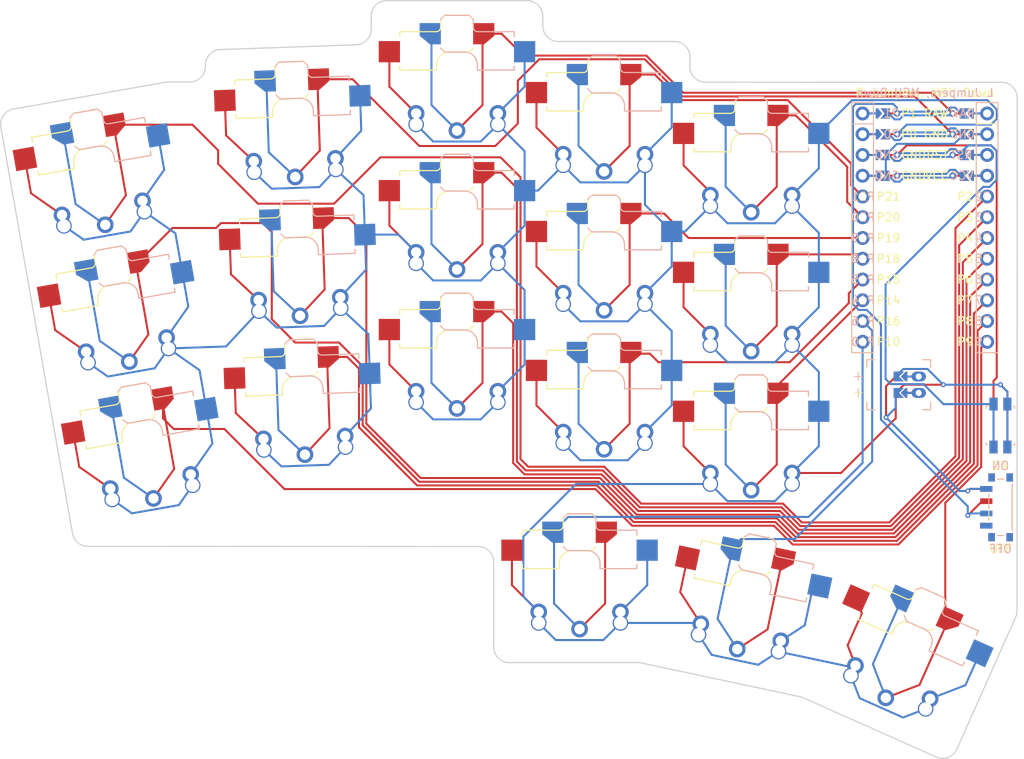
<source format=kicad_pcb>
(kicad_pcb (version 20240108) (generator "pcbnew") (generator_version "8.0")
  (title_block (title "splayer_pcb") (date "2024-04-27") (rev "v1.0.0") (company "Unknown"))
  (layers (0 "F.Cu" signal) (31 "B.Cu" signal) (34 "B.Paste" user) (35 "F.Paste" user) (36 "B.SilkS" user "B.Silkscreen") (37 "F.SilkS" user "F.Silkscreen") (38 "B.Mask" user) (39 "F.Mask" user) (44 "Edge.Cuts" user))
  (net 0 "")
  (net 1 "P8")
  (net 2 "GND")
  (net 3 "P6")
  (net 4 "P2")
  (net 5 "P7")
  (net 6 "P5")
  (net 7 "P0")
  (net 8 "P4")
  (net 9 "P3")
  (net 10 "P1")
  (net 11 "P15")
  (net 12 "P19")
  (net 13 "P21")
  (net 14 "P14")
  (net 15 "P18")
  (net 16 "P20")
  (net 17 "P10")
  (net 18 "P16")
  (net 19 "P9")
  (net 20 "RAW")
  (net 21 "RST")
  (net 22 "VCC")
  (net 23 "MCU1_24")
  (net 24 "MCU1_1")
  (net 25 "MCU1_23")
  (net 26 "MCU1_2")
  (net 27 "MCU1_22")
  (net 28 "MCU1_3")
  (net 29 "MCU1_21")
  (net 30 "MCU1_4")
  (net 31 "BAT_P")
  (net 32 "JST1_1")
  (net 33 "JST1_2")
  (footprint "VIA-0.6mm" (layer "F.Cu") (at 183.053453 100.207563)
    (property "Reference" "REF**" (hide yes))
    (property "Value" "VIA-0.6mm" (hide yes))
  )
  (footprint "VIA-0.6mm" (layer "F.Cu") (at 193.053454 112.207558)
    (property "Reference" "REF**" (hide yes))
    (property "Value" "VIA-0.6mm" (hide yes))
  )
  (footprint "ceoloide:mounting_hole_npth" (layer "F.Cu") (at 98.452044 68.716895 10)
    (property "Reference" "MH3" (hide yes))
    (property "Value" "")
  )
  (footprint "ceoloide:mounting_hole_npth" (layer "F.Cu") (at 157.553454 72.707559)
    (property "Reference" "MH4" (hide yes))
    (property "Value" "")
  )
  (footprint "VIA-0.6mm" (layer "F.Cu") (at 197.053453 96.207559)
    (property "Reference" "REF**" (hide yes))
    (property "Value" "VIA-0.6mm" (hide yes))
  )
  (footprint "ceoloide:power_switch_smd_side" (layer "F.Cu") (at 197.053452 111.20756)
    (property "Reference" "PWR1" (hide yes))
    (property "Value" "")
  )
  (footprint "ceoloide:mounting_hole_npth" (layer "F.Cu") (at 100.724305 87.304712 10)
    (property "Reference" "MH5" (hide yes))
    (property "Value" "")
  )
  (footprint "VIA-0.6mm" (layer "F.Cu") (at 190.053456 96.207559)
    (property "Reference" "REF**" (hide yes))
    (property "Value" "VIA-0.6mm" (hide yes))
  )
  (footprint "ceoloide:reset_button_smd_side" (layer "F.Cu") (at 197.053454 101.20756 -90)
    (property "Reference" "RST1" (hide yes))
    (property "Value" "")
  )
  (footprint "VIA-0.6mm" (layer "F.Cu") (at 193.053453 109.207559)
    (property "Reference" "REF**" (hide yes))
    (property "Value" "VIA-0.6mm" (hide yes))
  )
  (footprint "ceoloide:mounting_hole_npth" (layer "F.Cu") (at 175.82166 126.700141 -12)
    (property "Reference" "MH7" (hide yes))
    (property "Value" "")
  )
  (footprint "ceoloide:mcu_nice_nano" (layer "F.Cu") (at 187.803454 75.716562)
    (property "Reference" "MCU1" (hide yes))
    (property "Value" "")
  )
  (footprint "ceoloide:mounting_hole_npth" (layer "F.Cu") (at 130.553452 111.907559)
    (property "Reference" "MH6" (hide yes))
    (property "Value" "")
  )
  (footprint "ceoloide:mounting_hole_npth" (layer "F.Cu") (at 195.885936 118.90319 -24)
    (property "Reference" "MH1" (hide yes))
    (property "Value" "")
  )
  (footprint "ceoloide:battery_connector_jst_ph_2" (layer "F.Cu") (at 187.053455 96.207557 -90)
    (property "Reference" "JST1" (hide yes))
    (property "Value" "")
  )
  (footprint "ceoloide:mounting_hole_npth" (layer "F.Cu") (at 179.442118 111.581927 -24)
    (property "Reference" "MH2" (hide yes))
    (property "Value" "")
  )
  (footprint "ceoloide:switch_choc_v1_v2" (layer "B.Cu") (at 148.553456 98.20756)
    (property "Reference" "S10" (hide yes))
    (property "Value" "")
  )
  (footprint "ceoloide:switch_choc_v1_v2" (layer "B.Cu") (at 166.553454 86.207561)
    (property "Reference" "S14" (hide yes))
    (property "Value" "")
  )
  (footprint "ceoloide:switch_choc_v1_v2" (layer "B.Cu") (at 185.421173 129.131028 -24)
    (property "Reference" "S18" (hide yes))
    (property "Value" "")
  )
  (footprint "ceoloide:switch_choc_v1_v2" (layer "B.Cu") (at 130.553455 76.20756)
    (property "Reference" "S8" (hide yes))
    (property "Value" "")
  )
  (footprint "ceoloide:switch_choc_v1_v2" (layer "B.Cu") (at 111.146234 81.87796 2)
    (property "Reference" "S5" (hide yes))
    (property "Value" "")
  )
  (footprint "ceoloide:switch_choc_v1_v2" (layer "B.Cu") (at 166.553454 103.20756)
    (property "Reference" "S13" (hide yes))
    (property "Value" "")
  )
  (footprint "ceoloide:switch_choc_v1_v2" (layer "B.Cu") (at 110.552942 64.888316 2)
    (property "Reference" "S6" (hide yes))
    (property "Value" "")
  )
  (footprint "ceoloide:switch_choc_v1_v2" (layer "B.Cu") (at 130.553454 93.207561)
    (property "Reference" "S7" (hide yes))
    (property "Value" "")
  )
  (footprint "ceoloide:switch_choc_v1_v2" (layer "B.Cu") (at 92.390667 104.310184 10)
    (property "Reference" "S1" (hide yes))
    (property "Value" "")
  )
  (footprint "ceoloide:switch_choc_v1_v2" (layer "B.Cu") (at 166.072073 122.78759 -12)
    (property "Reference" "S17" (hide yes))
    (property "Value" "")
  )
  (footprint "ceoloide:switch_choc_v1_v2" (layer "B.Cu") (at 89.438649 87.568451 10)
    (property "Reference" "S2" (hide yes))
    (property "Value" "")
  )
  (footprint "ceoloide:switch_choc_v1_v2" (layer "B.Cu") (at 148.553452 64.207558)
    (property "Reference" "S12" (hide yes))
    (property "Value" "")
  )
  (footprint "ceoloide:switch_choc_v1_v2" (layer "B.Cu") (at 111.739528 98.867606 2)
    (property "Reference" "S4" (hide yes))
    (property "Value" "")
  )
  (footprint "ceoloide:switch_choc_v1_v2" (layer "B.Cu") (at 145.553451 120.20756)
    (property "Reference" "S16" (hide yes))
    (property "Value" "")
  )
  (footprint "ceoloide:switch_choc_v1_v2" (layer "B.Cu") (at 130.553456 59.207558)
    (property "Reference" "S9" (hide yes))
    (property "Value" "")
  )
  (footprint "ceoloide:switch_choc_v1_v2" (layer "B.Cu") (at 86.486628 70.826722 10)
    (property "Reference" "S3" (hide yes))
    (property "Value" "")
  )
  (footprint "ceoloide:switch_choc_v1_v2" (layer "B.Cu") (at 166.553453 69.207561)
    (property "Reference" "S15" (hide yes))
    (property "Value" "")
  )
  (footprint "ceoloide:switch_choc_v1_v2" (layer "B.Cu") (at 148.553455 81.207562)
    (property "Reference" "S11" (hide yes))
    (property "Value" "")
  )
  (gr_line (start 94.926449 59.184289) (end 76.2808 62.472019) (stroke (width 0.15)) (layer "Edge.Cuts"))
  (gr_line (start 101.609187 55.194546) (end 118.219762 54.614493) (stroke (width 0.15)) (layer "Edge.Cuts"))
  (gr_arc (start 136.953455 130.207559) (mid 135.60997 129.651056) (end 135.053454 128.30756) (stroke (width 0.15)) (layer "Edge.Cuts"))
  (gr_arc (start 160.952498 59.188403) (mid 159.609615 58.631566) (end 159.053453 57.288405) (stroke (width 0.15)) (layer "Edge.Cuts"))
  (gr_line (start 159.053453 57.288405) (end 159.053451 56.107558) (stroke (width 0.15)) (layer "Edge.Cuts"))
  (gr_line (start 99.776653 57.159695) (end 99.777725 57.190429) (stroke (width 0.15)) (layer "Edge.Cuts"))
  (gr_arc (start 197.203746 59.206605) (mid 198.546843 59.763684) (end 199.102792 61.107268) (stroke (width 0.15)) (layer "Edge.Cuts"))
  (gr_arc (start 157.153454 54.207558) (mid 158.496973 54.76405) (end 159.053451 56.107558) (stroke (width 0.15)) (layer "Edge.Cuts"))
  (gr_line (start 199.102792 61.107268) (end 199.080907 123.862798) (stroke (width 0.15)) (layer "Edge.Cuts"))
  (gr_line (start 172.909283 134.506737) (end 189.210299 141.764416) (stroke (width 0.15)) (layer "Edge.Cuts"))
  (gr_arc (start 152.683247 130.207561) (mid 152.88185 130.217967) (end 153.078276 130.24908) (stroke (width 0.15)) (layer "Edge.Cuts"))
  (gr_arc (start 99.777725 57.190429) (mid 99.245314 58.576967) (end 97.877929 59.156736) (stroke (width 0.15)) (layer "Edge.Cuts"))
  (gr_line (start 139.153452 49.20756) (end 121.953453 49.20756) (stroke (width 0.15)) (layer "Edge.Cuts"))
  (gr_arc (start 142.953453 54.207561) (mid 141.609964 53.651058) (end 141.053452 52.307559) (stroke (width 0.15)) (layer "Edge.Cuts"))
  (gr_line (start 153.078276 130.24908) (end 172.531517 134.383994) (stroke (width 0.15)) (layer "Edge.Cuts"))
  (gr_line (start 135.053454 117.906596) (end 135.053454 128.30756) (stroke (width 0.15)) (layer "Edge.Cuts"))
  (gr_line (start 120.053454 51.107558) (end 120.053452 52.715645) (stroke (width 0.15)) (layer "Edge.Cuts"))
  (gr_arc (start 99.776653 57.159695) (mid 100.285924 55.797596) (end 101.609187 55.194546) (stroke (width 0.15)) (layer "Edge.Cuts"))
  (gr_line (start 95.257336 59.15542) (end 97.877929 59.156736) (stroke (width 0.15)) (layer "Edge.Cuts"))
  (gr_line (start 191.718835 140.801478) (end 198.916642 124.634933) (stroke (width 0.15)) (layer "Edge.Cuts"))
  (gr_arc (start 133.154419 116.006598) (mid 134.497302 116.563431) (end 135.053454 117.906596) (stroke (width 0.15)) (layer "Edge.Cuts"))
  (gr_arc (start 191.718835 140.801478) (mid 190.663997 141.802505) (end 189.210299 141.764416) (stroke (width 0.15)) (layer "Edge.Cuts"))
  (gr_arc (start 199.080907 123.862798) (mid 199.039329 124.257495) (end 198.916642 124.634933) (stroke (width 0.15)) (layer "Edge.Cuts"))
  (gr_line (start 74.739598 64.673082) (end 83.509966 114.412306) (stroke (width 0.15)) (layer "Edge.Cuts"))
  (gr_arc (start 139.153452 49.20756) (mid 140.496972 49.76405) (end 141.053455 51.107559) (stroke (width 0.15)) (layer "Edge.Cuts"))
  (gr_line (start 141.053452 52.307559) (end 141.053455 51.107559) (stroke (width 0.15)) (layer "Edge.Cuts"))
  (gr_arc (start 85.380138 115.982372) (mid 84.159422 115.537559) (end 83.509966 114.412306) (stroke (width 0.15)) (layer "Edge.Cuts"))
  (gr_line (start 142.953453 54.207561) (end 157.153454 54.207558) (stroke (width 0.15)) (layer "Edge.Cuts"))
  (gr_line (start 133.154419 116.006598) (end 85.380138 115.982372) (stroke (width 0.15)) (layer "Edge.Cuts"))
  (gr_arc (start 120.053454 51.107558) (mid 120.60996 49.764068) (end 121.953453 49.20756) (stroke (width 0.15)) (layer "Edge.Cuts"))
  (gr_arc (start 172.531517 134.383994) (mid 172.723616 134.435468) (end 172.909283 134.506737) (stroke (width 0.15)) (layer "Edge.Cuts"))
  (gr_line (start 136.953455 130.207559) (end 152.683247 130.207561) (stroke (width 0.15)) (layer "Edge.Cuts"))
  (gr_arc (start 94.926449 59.184289) (mid 95.091261 59.162613) (end 95.257336 59.15542) (stroke (width 0.15)) (layer "Edge.Cuts"))
  (gr_arc (start 74.739598 64.673082) (mid 75.054357 63.253368) (end 76.2808 62.472019) (stroke (width 0.15)) (layer "Edge.Cuts"))
  (gr_line (start 160.952498 59.188403) (end 197.203746 59.206605) (stroke (width 0.15)) (layer "Edge.Cuts"))
  (gr_arc (start 120.053452 52.715645) (mid 119.52021 54.035515) (end 118.219762 54.614493) (stroke (width 0.15)) (layer "Edge.Cuts"))
  (segment (start 95.886876 101.623914) (end 94.582704 100.319745) (width 0.25) (layer "F.Cu") (net 1))
  (segment (start 94.582708 97.881881) (end 94.46103 98.055648) (width 0.25) (layer "F.Cu") (net 1))
  (segment (start 94.582704 100.319745) (end 94.582708 97.88188) (width 0.25) (layer "F.Cu") (net 1))
  (segment (start 94.46103 98.055648) (end 95.950064 106.500373) (width 0.25) (layer "F.Cu") (net 1))
  (segment (start 147.501596 108.97869) (end 109.443798 108.97869) (width 0.25) (layer "F.Cu") (net 1))
  (segment (start 109.443798 108.97869) (end 102.089022 101.623914) (width 0.25) (layer "F.Cu") (net 1))
  (segment (start 151.981624 113.458719) (end 147.501596 108.97869) (width 0.25) (layer "F.Cu") (net 1))
  (segment (start 171.630707 115.756927) (end 169.332498 113.458717) (width 0.25) (layer "F.Cu") (net 1))
  (segment (start 102.089022 101.623914) (end 95.886876 101.623914) (width 0.25) (layer "F.Cu") (net 1))
  (segment (start 169.332498 113.458717) (end 151.981624 113.458719) (width 0.25) (layer "F.Cu") (net 1))
  (segment (start 194.248456 106.075206) (end 184.566733 115.756927) (width 0.25) (layer "F.Cu") (net 1))
  (segment (start 195.423454 88.416561) (end 194.248454 89.591559) (width 0.25) (layer "F.Cu") (net 1))
  (segment (start 95.950064 106.500373) (end 93.415189 110.120552) (width 0.25) (layer "F.Cu") (net 1))
  (segment (start 194.248454 89.591559) (end 194.248456 106.075206) (width 0.25) (layer "F.Cu") (net 1))
  (segment (start 184.566733 115.756927) (end 171.630707 115.756927) (width 0.25) (layer "F.Cu") (net 1))
  (segment (start 89.795015 107.585674) (end 93.415189 110.120552) (width 0.25) (layer "B.Cu") (net 1))
  (segment (start 88.132217 99.019275) (end 88.305984 99.140949) (width 0.25) (layer "B.Cu") (net 1))
  (segment (start 88.305984 99.140949) (end 89.795015 107.585674) (width 0.25) (layer "B.Cu") (net 1))
  (segment (start 137.278454 120.732561) (end 140.553452 124.00756) (width 0.25) (layer "F.Cu") (net 2))
  (segment (start 103.338693 95.408686) (end 103.48789 99.681079) (width 0.25) (layer "F.Cu") (net 2))
  (segment (start 122.278453 89.457559) (end 122.278453 93.73256) (width 0.25) (layer "F.Cu") (net 2))
  (segment (start 197.903453 98.582562) (end 197.903454 103.83256) (width 0.25) (layer "F.Cu") (net 2))
  (segment (start 140.278453 77.457558) (end 140.278453 81.73256) (width 0.25) (layer "F.Cu") (net 2))
  (segment (start 158.278455 65.457559) (end 158.278452 69.366695) (width 0.25) (layer "F.Cu") (net 2))
  (segment (start 137.278453 116.45756) (end 137.278454 120.732561) (width 0.25) (layer "F.Cu") (net 2))
  (segment (start 84.332546 106.264146) (end 88.126493 108.920693) (width 0.25) (layer "F.Cu") (net 2))
  (segment (start 183.028455 65.556561) (end 184.403453 65.556559) (width 0.25) (layer "F.Cu") (net 2))
  (segment (start 102.301308 65.701792) (end 105.688608 68.860501) (width 0.25) (layer "F.Cu") (net 2))
  (segment (start 122.278453 93.73256) (end 125.553454 97.007559) (width 0.25) (layer "F.Cu") (net 2))
  (segment (start 122.278454 55.457561) (end 122.278454 59.732559) (width 0.25) (layer "F.Cu") (net 2))
  (segment (start 140.278453 94.457559) (end 140.278455 98.732559) (width 0.25) (layer "F.Cu") (net 2))
  (segment (start 81.380531 89.522413) (end 85.174471 92.178961) (width 0.25) (layer "F.Cu") (net 2))
  (segment (start 122.278454 59.732559) (end 125.553452 63.007558) (width 0.25) (layer "F.Cu") (net 2))
  (segment (start 185.237454 96.207562) (end 184.237452 97.207559) (width 0.25) (layer "F.Cu") (net 2))
  (segment (start 102.15211 61.429395) (end 102.301308 65.701792) (width 0.25) (layer "F.Cu") (net 2))
  (segment (start 158.278452 69.366695) (end 161.553454 72.641699) (width 0.25) (layer "F.Cu") (net 2))
  (segment (start 77.686168 68.570629) (end 78.428511 72.780681) (width 0.25) (layer "F.Cu") (net 2))
  (segment (start 179.386848 122.339486) (end 180.092161 124.176892) (width 0.25) (layer "F.Cu") (net 2))
  (segment (start 158.278456 82.457558) (end 158.278456 86.732562) (width 0.25) (layer "F.Cu") (net 2))
  (segment (start 80.638183 85.312361) (end 81.380531 89.522413) (width 0.25) (layer "F.Cu") (net 2))
  (segment (start 122.278452 76.732561) (end 125.553454 80.00756) (width 0.25) (layer "F.Cu") (net 2))
  (segment (start 140.278453 81.73256) (end 143.553453 85.007559) (width 0.25) (layer "F.Cu") (net 2))
  (segment (start 143.553454 68.007559) (end 140.278457 64.73256) (width 0.25) (layer "F.Cu") (net 2))
  (segment (start 102.7454 78.41904) (end 102.894596 82.691435) (width 0.25) (layer "F.Cu") (net 2))
  (segment (start 158.75757 117.399069) (end 157.868748 121.580648) (width 0.25) (layer "F.Cu") (net 2))
  (segment (start 161.553454 72.641699) (end 161.553455 73.007558) (width 0.25) (layer "F.Cu") (net 2))
  (segment (start 192.578452 70.63656) (end 191.203454 70.636559) (width 0.25) (layer "F.Cu") (net 2))
  (segment (start 158.278453 103.73256) (end 161.553453 107.00756) (width 0.25) (layer "F.Cu") (net 2))
  (segment (start 102.894596 82.691435) (end 106.281897 85.850144) (width 0.25) (layer "F.Cu") (net 2))
  (segment (start 184.237452 97.207559) (end 184.237452 100.315027) (width 0.25) (layer "F.Cu") (net 2))
  (segment (start 158.278456 86.732562) (end 161.553452 90.00756) (width 0.25) (layer "F.Cu") (net 2))
  (segment (start 197.903453 97.057561) (end 197.903453 98.582562) (width 0.25) (layer "F.Cu") (net 2))
  (segment (start 180.092161 124.176892) (end 178.353361 128.082302) (width 0.25) (layer "F.Cu") (net 2))
  (segment (start 197.053453 96.207559) (end 197.903453 97.057561) (width 0.25) (layer "F.Cu") (net 2))
  (segment (start 157.868748 121.580648) (end 160.391269 125.464993) (width 0.25) (layer "F.Cu") (net 2))
  (segment (start 103.48789 99.681079) (end 106.875189 102.839789) (width 0.25) (layer "F.Cu") (net 2))
  (segment (start 178.353361 128.082302) (end 179.307847 130.568817) (width 0.25) (layer "F.Cu") (net 2))
  (segment (start 184.237452 100.315027) (end 177.544919 107.007561) (width 0.25) (layer "F.Cu") (net 2))
  (segment (start 83.590201 102.054093) (end 84.332546 106.264146) (width 0.25) (layer "F.Cu") (net 2))
  (segment (start 122.278455 72.457558) (end 122.278452 76.732561) (width 0.25) (layer "F.Cu") (net 2))
  (segment (start 190.053456 96.207559) (end 185.237454 96.207562) (width 0.25) (layer "F.Cu") (net 2))
  (segment (start 192.578455 68.09656) (end 191.203453 68.096562) (width 0.25) (layer "F.Cu") (net 2))
  (segment (start 140.278457 64.73256) (end 140.278454 60.457562) (width 0.25) (layer "F.Cu") (net 2))
  (segment (start 158.278455 99.457559) (end 158.278453 103.73256) (width 0.25) (layer "F.Cu") (net 2))
  (segment (start 177.544919 107.007561) (end 171.553454 107.007559) (width 0.25) (layer "F.Cu") (net 2))
  (segment (start 140.278455 98.732559) (end 143.553452 102.007561) (width 0.25) (layer "F.Cu") (net 2))
  (segment (start 78.428511 72.780681) (end 82.222452 75.437229) (width 0.25) (layer "F.Cu") (net 2))
  (segment (start 106.32901 87.199321) (end 108.491714 89.216074) (width 0.25) (layer "B.Cu") (net 2))
  (segment (start 185.162455 94.282557) (end 184.237455 95.207557) (width 0.25) (layer "B.Cu") (net 2))
  (segment (start 173.108242 125.637774) (end 170.172745 127.544112) (width 0.25) (layer "B.Cu") (net 2))
  (segment (start 105.73572 70.209679) (end 107.898421 72.226428) (width 0.25) (layer "B.Cu") (net 2))
  (segment (start 138.828455 72.457564) (end 138.828454 76.732561) (width 0.25) (layer "B.Cu") (net 2))
  (segment (start 179.818491 134.562812) (end 178.758754 131.802102) (width 0.25) (layer "B.Cu") (net 2))
  (segment (start 183.378147 68.09656) (end 184.103151 68.82156) (width 0.25) (layer "B.Cu") (net 2))
  (segment (start 183.028455 70.636558) (end 183.378149 70.636561) (width 0.25) (layer "B.Cu") (net 2))
  (segment (start 188.128454 94.282557) (end 185.162455 94.282557) (width 0.25) (layer "B.Cu") (net 2))
  (segment (start 192.228762 65.556559) (end 191.503756 64.831562) (width 0.25) (layer "B.Cu") (net 2))
  (segment (start 178.96308 130.792711) (end 179.307847 130.568817) (width 0.25) (layer "B.Cu") (net 2))
  (segment (start 169.892066 128.864607) (end 167.412017 130.475171) (width 0.25) (layer "B.Cu") (net 2))
  (segment (start 169.462452 93.448561) (end 171.553455 91.357561) (width 0.25) (layer "B.Cu") (net 2))
  (segment (start 184.103151 68.82156) (end 184.703757 68.821559) (width 0.25) (layer "B.Cu") (net 2))
  (segment (start 143.553452 103.35756) (end 145.644455 105.448558) (width 0.25) (layer "B.Cu") (net 2))
  (segment (start 145.644452 88.448561) (end 151.462453 88.44856) (width 0.25) (layer "B.Cu") (net 2))
  (segment (start 190.053456 96.207559) (end 188.128454 94.282557) (width 0.25) (layer "B.Cu") (net 2))
  (segment (start 107.898421 72.226428) (end 113.712875 72.023385) (width 0.25) (layer "B.Cu") (net 2))
  (segment (start 174.828454 99.457559) (end 174.828455 103.732559) (width 0.25) (layer "B.Cu") (net 2))
  (segment (start 119.434514 82.113848) (end 116.275804 85.501149) (width 0.25) (layer "B.Cu") (net 2))
  (segment (start 138.678451 114.790868) (end 145.111759 108.35756) (width 0.25) (layer "B.Cu") (net 2))
  (segment (start 84.879212 78.462854) (end 82.456878 76.766721) (width 0.25) (layer "B.Cu") (net 2))
  (segment (start 100.631118 103.39027) (end 97.974571 107.184211) (width 0.25) (layer "B.Cu") (net 2))
  (segment (start 156.828454 94.457561) (end 156.828454 98.732561) (width 0.25) (layer "B.Cu") (net 2))
  (segment (start 123.387349 77.841451) (end 125.553455 80.007558) (width 0.25) (layer "B.Cu") (net 2))
  (segment (start 127.644453 83.448563) (end 133.462456 83.448561) (width 0.25) (layer "B.Cu") (net 2))
  (segment (start 197.903453 97.057561) (end 197.053453 96.207559) (width 0.25) (layer "B.Cu") (net 2))
  (segment (start 148.462451 127.448562) (end 150.553453 125.357562) (width 0.25) (layer "B.Cu") (net 2))
  (segment (start 119.710224 90.009036) (end 116.322921 86.850325) (width 0.25) (layer "B.Cu") (net 2))
  (segment (start 133.462456 83.448561) (end 135.553454 81.357562) (width 0.25) (layer "B.Cu") (net 2))
  (segment (start 118.692029 60.851808) (end 118.841224 65.124202) (width 0.25) (layer "B.Cu") (net 2))
  (segment (start 195.910156 64.381562) (end 185.578454 64.381561) (width 0.25) (layer "B.Cu") (net 2))
  (segment (start 178.894452 61.391559) (end 195.460152 61.391559) (width 0.25) (layer "B.Cu") (net 2))
  (segment (start 197.053453 96.207559) (end 190.053456 96.207559) (width 0.25) (layer "B.Cu") (net 2))
  (segment (start 185.133496 136.929205) (end 179.818491 134.562812) (width 0.25) (layer "B.Cu") (net 2))
  (segment (start 90.608822 77.45257) (end 84.879212 78.462854) (width 0.25) (layer "B.Cu") (net 2))
  (segment (start 156.828451 89.632557) (end 153.553455 86.357561) (width 0.25) (layer "B.Cu") (net 2))
  (segment (start 196.598454 63.693263) (end 195.910156 64.381562) (width 0.25) (layer "B.Cu") (net 2))
  (segment (start 138.828454 76.732561) (end 135.553455 80.007559) (width 0.25) (layer "B.Cu") (net 2))
  (segment (start 138.828455 93.732559) (end 135.553451 97.00756) (width 0.25) (layer "B.Cu") (net 2))
  (segment (start 94.727076 69.906806) (end 92.070528 73.700749) (width 0.25) (layer "B.Cu") (net 2))
  (segment (start 185.198759 70.866561) (end 190.973456 70.866562) (width 0.25) (layer "B.Cu") (net 2))
  (segment (start 183.028455 68.09656) (end 183.028454 70.636562) (width 0.25) (layer "B.Cu") (net 2))
  (segment (start 174.828453 82.45756) (end 174.828456 86.73256) (width 0.25) (layer "B.Cu") (net 2))
  (segment (start 88.360917 110.250185) (end 90.783249 111.946324) (width 0.25) (layer "B.Cu") (net 2))
  (segment (start 151.462456 105.448559) (end 153.553454 103.357562) (width 0.25) (layer "B.Cu") (net 2))
  (segment (start 138.828454 84.632562) (end 135.553455 81.35756) (width 0.25) (layer "B.Cu") (net 2))
  (segment (start 140.45345 72.457559) (end 143.553451 69.357558) (width 0.25) (layer "B.Cu") (net 2))
  (segment (start 156.828452 81.732562) (end 153.553453 85.007562) (width 0.25) (layer "B.Cu") (net 2))
  (segment (start 92.304956 75.03024) (end 90.608822 77.45257) (width 0.25) (layer "B.Cu") (net 2))
  (segment (start 102.294106 91.526228) (end 106.329012 87.19932) (width 0.25) (layer "B.Cu") (net 2))
  (segment (start 169.462455 110.448559) (end 171.553453 108.35756) (width 0.25) (layer "B.Cu") (net 2))
  (segment (start 163.644455 93.44856) (end 169.462452 93.448561) (width 0.25) (layer "B.Cu") (net 2))
  (segment (start 196.598454 62.52986) (end 196.598454 63.693263) (width 0.25) (layer "B.Cu") (net 2))
  (segment (start 142.644451 127.448559) (end 148.462451 127.448562) (width 0.25) (layer "B.Cu") (net 2))
  (segment (start 114.306169 89.013028) (end 116.322919 86.850326) (width 0.25) (layer "B.Cu") (net 2))
  (segment (start 143.553452 86.357558) (end 145.644452 88.448561) (width 0.25) (layer "B.Cu") (net 2))
  (segment (start 197.903453 98.582562) (end 197.903454 103.83256) (width 0.25) (layer "B.Cu") (net 2))
  (segment (start 184.103148 71.361559) (end 184.703758 71.361559) (width 0.25) (layer "B.Cu") (net 2))
  (segment (start 109.085005 106.205716) (end 114.899462 106.002673) (width 0.25) (layer "B.Cu") (net 2))
  (segment (start 183.378149 70.636561) (end 184.103148 71.361559) (width 0.25) (layer "B.Cu") (net 2))
  (segment (start 87.831229 95.204585) (end 93.560841 94.194302) (width 0.25) (layer "B.Cu") (net 2))
  (segment (start 174.828453 65.457559) (end 178.894452 61.391559) (width 0.25) (layer "B.Cu") (net 2))
  (segment (start 140.55345 124.007559) (end 138.678451 122.132561) (width 0.25) (layer "B.Cu") (net 2))
  (segment (start 153.553454 69.357561) (end 151.462454 71.448561) (width 0.25) (layer "B.Cu") (net 2))
  (segment (start 106.922306 104.188965) (end 109.085005 106.205716) (width 0.25) (layer "B.Cu") (net 2))
  (segment (start 95.256976 91.771971) (end 102.294106 91.526228) (width 0.25) (layer "B.Cu") (net 2))
  (segment (start 156.828452 94.457561) (end 156.828451 89.632557) (width 0.25) (layer "B.Cu") (net 2))
  (segment (start 95.022551 90.442481) (end 97.679098 86.648536) (width 0.25) (layer "B.Cu") (net 2))
  (segment (start 133.462454 66.448559) (end 135.553453 64.357559) (width 0.25) (layer "B.Cu") (net 2))
  (segment (start 93.560841 94.194302) (end 95.256973 91.77197) (width 0.25) (layer "B.Cu") (net 2))
  (segment (start 125.553453 98.357558) (end 127.644454 100.448558) (width 0.25) (layer "B.Cu") (net 2))
  (segment (start 174.945914 120.840005) (end 173.997064 121.456195) (width 0.25) (layer "B.Cu") (net 2))
  (segment (start 174.828454 94.632561) (end 171.553455 91.357559) (width 0.25) (layer "B.Cu") (net 2))
  (segment (start 138.828457 59.732558) (end 135.553453 63.007559) (width 0.25) (layer "B.Cu") (net 2))
  (segment (start 85.4089 93.508451) (end 87.831229 95.204585) (width 0.25) (layer "B.Cu") (net 2))
  (segment (start 156.828451 64.732558) (end 153.553455 68.007559) (width 0.25) (layer "B.Cu") (net 2))
  (segment (start 118.841224 65.124202) (end 115.682515 68.511504) (width 0.25) (layer "B.Cu") (net 2))
  (segment (start 153.553453 74.182556) (end 153.553451 69.357558) (width 0.25) (layer "B.Cu") (net 2))
  (segment (start 173.997064 121.456195) (end 173.108242 125.637774) (width 0.25) (layer "B.Cu") (net 2))
  (segment (start 156.828452 77.457562) (end 156.828452 81.732562) (width 0.25) (layer "B.Cu") (net 2))
  (segment (start 174.828455 103.732559) (end 171.553454 107.007559) (width 0.25) (layer "B.Cu") (net 2))
  (segment (start 183.028454 68.096561) (end 184.393453 66.731562) (width 0.25) (layer "B.Cu") (net 2))
  (segment (start 93.984732 65.696754) (end 94.727076 69.906806) (width 0.25) (layer "B.Cu") (net 2))
  (segment (start 138.828456 55.457563) (end 138.828457 59.732558) (width 0.25) (layer "B.Cu") (net 2))
  (segment (start 174.828456 86.73256) (end 171.553454 90.007559) (width 0.25) (layer "B.Cu") (net 2))
  (segment (start 150.553453 125.357559) (end 160.283839 125.357559) (width 0.25) (layer "B.Cu") (net 2))
  (segment (start 138.828452 89.457561) (end 138.828455 93.732559) (width 0.25) (layer "B.Cu") (net 2))
  (segment (start 151.462454 71.448561) (end 145.644452 71.448559) (width 0.25) (layer "B.Cu") (net 2))
  (segment (start 90.783249 111.946324) (end 96.512858 110.936037) (width 0.25) (layer "B.Cu") (net 2))
  (segment (start 191.503756 64.831562) (end 190.903149 64.831559) (width 0.25) (layer "B.Cu") (net 2))
  (segment (start 138.828455 72.45756) (end 138.828453 67.632561) (width 0.25) (layer "B.Cu") (net 2))
  (segment (start 185.578454 64.381561) (end 184.403454 65.556564) (width 0.25) (layer "B.Cu") (net 2))
  (segment (start 174.828454 82.45756) (end 174.828453 77.632563) (width 0.25) (layer "B.Cu") (net 2))
  (segment (start 120.027806 99.103493) (end 116.869098 102.490796) (width 0.25) (layer "B.Cu") (net 2))
  (segment (start 156.828453 60.457557) (end 156.828451 64.732558) (width 0.25) (layer "B.Cu") (net 2))
  (segment (start 192.578452 65.556559) (end 192.228762 65.556559) (width 0.25) (layer "B.Cu") (net 2))
  (segment (start 113.712875 72.023385) (end 115.72963 69.860682) (width 0.25) (layer "B.Cu") (net 2))
  (segment (start 99.888771 99.180216) (end 100.631118 103.39027) (width 0.25) (layer "B.Cu") (net 2))
  (segment (start 153.828452 116.457562) (end 153.828451 120.73256) (width 0.25) (layer "B.Cu") (net 2))
  (segment (start 114.899462 106.002673) (end 116.916213 103.83997) (width 0.25) (layer "B.Cu") (net 2))
  (segment (start 174.828453 77.632563) (end 171.553454 74.35756) (width 0.25) (layer "B.Cu") (net 2))
  (segment (start 138.828453 89.457559) (end 138.828454 84.632562) (width 0.25) (layer "B.Cu") (net 2))
  (segment (start 156.828454 77.457559) (end 158.453453 77.45756) (width 0.25) (layer "B.Cu") (net 2))
  (segment (start 184.393453 66.731562) (end 191.403454 66.731562) (width 0.25) (layer "B.Cu") (net 2))
  (segment (start 190.39815 65.336556) (end 184.623453 65.336559) (width 0.25) (layer "B.Cu") (net 2))
  (segment (start 195.460152 61.391559) (end 196.598454 62.52986) (width 0.25) (layer "B.Cu") (net 2))
  (segment (start 145.644452 71.448559) (end 143.553454 69.35756) (width 0.25) (layer "B.Cu") (net 2))
  (segment (start 138.828455 72.45756) (end 140.45345 72.457559) (width 0.25) (layer "B.Cu") (net 2))
  (segment (start 145.111759 108.35756) (end 161.553453 108.35756) (width 0.25) (layer "B.Cu") (net 2))
  (segment (start 191.403454 66.731562) (end 192.578454 65.556562) (width 0.25) (layer "B.Cu") (net 2))
  (segment (start 108.491714 89.216074) (end 114.306169 89.013028) (width 0.25) (layer "B.Cu") (net 2))
  (segment (start 138.828453 67.632561) (end 135.553454 64.35756) (width 0.25) (layer "B.Cu") (net 2))
  (segment (start 119.878612 94.831095) (end 120.027806 99.103493) (width 0.25) (layer "B.Cu") (net 2))
  (segment (start 119.285319 77.841451) (end 123.387349 77.841451) (width 0.25) (layer "B.Cu") (net 2))
  (segment (start 119.878613 94.831097) (end 119.710224 90.009036) (width 0.25) (layer "B.Cu") (net 2))
  (segment (start 96.512858 110.936037) (end 98.208994 108.513702) (width 0.25) (layer "B.Cu") (net 2))
  (segment (start 153.828451 120.73256) (end 150.553452 124.007559) (width 0.25) (layer "B.Cu") (net 2))
  (segment (start 127.644454 66.44856) (end 133.462454 66.448559) (width 0.25) (layer "B.Cu") (net 2))
  (segment (start 161.553451 74.357557) (end 163.644452 76.448561) (width 0.25) (layer "B.Cu") (net 2))
  (segment (start 185.198758 68.32656) (end 190.973453 68.326561) (width 0.25) (layer "B.Cu") (net 2))
  (segment (start 127.644454 100.448558) (end 133.462454 100.448559) (width 0.25) (layer "B.Cu") (net 2))
  (segment (start 190.903149 64.831559) (end 190.39815 65.336556) (width 0.25) (layer "B.Cu") (net 2))
  (segment (start 169.462454 76.44856) (end 171.553455 74.35756) (width 0.25) (layer "B.Cu") (net 2))
  (segment (start 99.050918 94.428517) (end 95.256975 91.77197) (width 0.25) (layer "B.Cu") (net 2))
  (segment (start 174.828456 99.45756) (end 174.828454 94.632561) (width 0.25) (layer "B.Cu") (net 2))
  (segment (start 197.903453 98.582562) (end 197.903453 97.057561) (width 0.25) (layer "B.Cu") (net 2))
  (segment (start 119.28532 77.841451) (end 119.116931 73.019391) (width 0.25) (layer "B.Cu") (net 2))
  (segment (start 140.553452 125.357561) (end 142.644451 127.448559) (width 0.25) (layer "B.Cu") (net 2))
  (segment (start 97.679098 86.648536) (end 96.936754 82.438482) (width 0.25) (layer "B.Cu") (net 2))
  (segment (start 156.828454 77.457559) (end 153.553453 74.182556) (width 0.25) (layer "B.Cu") (net 2))
  (segment (start 125.553456 64.357561) (end 127.644454 66.44856) (width 0.25) (layer "B.Cu") (net 2))
  (segment (start 151.462453 88.44856) (end 153.553456 86.357562) (width 0.25) (layer "B.Cu") (net 2))
  (segment (start 158.453453 77.45756) (end 161.553454 74.357559) (width 0.25) (layer "B.Cu") (net 2))
  (segment (start 187.894207 135.869469) (end 185.133496 136.929205) (width 0.25) (layer "B.Cu") (net 2))
  (segment (start 174.828456 69.732561) (end 171.553455 73.007561) (width 0.25) (layer "B.Cu") (net 2))
  (segment (start 174.828457 65.457558) (end 174.828456 69.732561) (width 0.25) (layer "B.Cu") (net 2))
  (segment (start 163.644452 76.448561) (end 169.462454 76.44856) (width 0.25) (layer "B.Cu") (net 2))
  (segment (start 119.285322 77.841453) (end 119.434514 82.113848) (width 0.25) (layer "B.Cu") (net 2))
  (segment (start 160.283839 125.357559) (end 160.39127 125.46499) (width 0.25) (layer "B.Cu") (net 2))
  (segment (start 161.721153 129.265541) (end 160.11059 126.785491) (width 0.25) (layer "B.Cu") (net 2))
  (segment (start 96.936752 82.438483) (end 96.0989 77.686789) (width 0.25) (layer "B.Cu") (net 2))
  (segment (start 96.0989 77.686789) (end 92.304955 75.03024) (width 0.25) (layer "B.Cu") (net 2))
  (segment (start 156.828454 98.732561) (end 153.553455 102.007562) (width 0.25) (layer "B.Cu") (net 2))
  (segment (start 119.116931 73.019391) (end 115.729629 69.860682) (width 0.25) (layer "B.Cu") (net 2))
  (segment (start 184.703757 68.821559) (end 185.198758 68.32656) (width 0.25) (layer "B.Cu") (net 2))
  (segment (start 167.412017 130.475171) (end 161.721153 129.265541) (width 0.25) (layer "B.Cu") (net 2))
  (segment (start 194.506025 129.070977) (end 192.767225 132.976385) (width 0.25) (layer "B.Cu") (net 2))
  (segment (start 125.553458 81.357559) (end 127.644453 83.448563) (width 0.25) (layer "B.Cu") (net 2))
  (segment (start 161.553453 108.35756) (end 163.644452 110.448559) (width 0.25) (layer "B.Cu") (net 2))
  (segment (start 133.462454 100.448559) (end 135.55345 98.357562) (width 0.25) (layer "B.Cu") (net 2))
  (segment (start 183.028455 68.09656) (end 183.378147 68.09656) (width 0.25) (layer "B.Cu") (net 2))
  (segment (start 99.888771 99.180216) (end 99.050918 94.428517) (width 0.25) (layer "B.Cu") (net 2))
  (segment (start 169.892065 128.864608) (end 178.96308 130.792711) (width 0.25) (layer "B.Cu") (net 2))
  (segment (start 161.553453 91.357558) (end 163.644455 93.44856) (width 0.25) (layer "B.Cu") (net 2))
  (segment (start 138.678451 122.132561) (end 138.678451 114.790868) (width 0.25) (layer "B.Cu") (net 2))
  (segment (start 163.644452 110.448559) (end 169.462455 110.448559) (width 0.25) (layer "B.Cu") (net 2))
  (segment (start 184.703758 71.361559) (end 185.198759 70.866561) (width 0.25) (layer "B.Cu") (net 2))
  (segment (start 145.644455 105.448558) (end 151.462456 105.448559) (width 0.25) (layer "B.Cu") (net 2))
  (segment (start 192.767225 132.976385) (end 188.443303 134.636184) (width 0.25) (layer "B.Cu") (net 2))
  (segment (start 101.676663 76.429741) (end 106.795057 76.42974) (width 0.25) (layer "F.Cu") (net 3))
  (segment (start 193.348456 105.702415) (end 193.348455 85.411562) (width 0.25) (layer "F.Cu") (net 3))
  (segment (start 125.93115 108.07869) (end 147.874387 108.07869) (width 0.25) (layer "F.Cu") (net 3))
  (segment (start 147.874387 108.07869) (end 152.354414 112.558717) (width 0.25) (layer "F.Cu") (net 3))
  (segment (start 193.348455 85.411562) (end 195.423454 83.336561) (width 0.25) (layer "F.Cu") (net 3))
  (segment (start 91.630689 81.140146) (end 91.306224 81.60353) (width 0.25) (layer "F.Cu") (net 3))
  (segment (start 107.893405 88.18441) (end 110.755225 91.046231) (width 0.25) (layer "F.Cu") (net 3))
  (segment (start 91.630687 81.140148) (end 95.740256 77.030581) (width 0.25) (layer "F.Cu") (net 3))
  (segment (start 152.354414 112.558717) (end 169.70529 112.55872) (width 0.25) (layer "F.Cu") (net 3))
  (segment (start 91.306224 81.60353) (end 92.795255 90.048254) (width 0.25) (layer "F.Cu") (net 3))
  (segment (start 101.075822 77.03058) (end 101.676663 76.429741) (width 0.25) (layer "F.Cu") (net 3))
  (segment (start 169.70529 112.55872) (end 172.003499 114.856927) (width 0.25) (layer "F.Cu") (net 3))
  (segment (start 119.011179 101.158717) (end 125.93115 108.07869) (width 0.25) (layer "F.Cu") (net 3))
  (segment (start 107.893406 77.528092) (end 107.893405 88.18441) (width 0.25) (layer "F.Cu") (net 3))
  (segment (start 110.755225 91.046231) (end 116.109282 91.046232) (width 0.25) (layer "F.Cu") (net 3))
  (segment (start 95.740256 77.030581) (end 101.075822 77.03058) (width 0.25) (layer "F.Cu") (net 3))
  (segment (start 184.193941 114.856927) (end 193.348456 105.702415) (width 0.25) (layer "F.Cu") (net 3))
  (segment (start 92.795255 90.048254) (end 90.463173 93.378814) (width 0.25) (layer "F.Cu") (net 3))
  (segment (start 106.795057 76.42974) (end 107.893406 77.528092) (width 0.25) (layer "F.Cu") (net 3))
  (segment (start 172.003499 114.856927) (end 184.193941 114.856927) (width 0.25) (layer "F.Cu") (net 3))
  (segment (start 116.109282 91.046232) (end 119.011175 93.948129) (width 0.25) (layer "F.Cu") (net 3))
  (segment (start 119.011175 93.948129) (end 119.011179 101.158717) (width 0.25) (layer "F.Cu") (net 3))
  (segment (start 85.180198 82.277544) (end 85.353966 82.399217) (width 0.25) (layer "B.Cu") (net 3))
  (segment (start 85.353966 82.399217) (end 86.842996 90.843944) (width 0.25) (layer "B.Cu") (net 3))
  (segment (start 86.842996 90.843944) (end 90.463173 93.378814) (width 0.25) (layer "B.Cu") (net 3))
  (segment (start 90.046027 73.016911) (end 87.511151 76.637085) (width 0.25) (layer "F.Cu") (net 4))
  (segment (start 135.882559 68.382559) (end 121.190009 68.382559) (width 0.25) (layer "F.Cu") (net 4))
  (segment (start 148.581891 106.24061) (end 139.25939 106.24061) (width 0.25) (layer "F.Cu") (net 4))
  (segment (start 139.25939 106.24061) (end 138.328455 105.309674) (width 0.25) (layer "F.Cu") (net 4))
  (segment (start 115.515986 74.056585) (end 106.199208 74.056585) (width 0.25) (layer "F.Cu") (net 4))
  (segment (start 191.548455 77.051559) (end 191.548453 104.95683) (width 0.25) (layer "F.Cu") (net 4))
  (segment (start 153.099999 110.758718) (end 148.581891 106.24061) (width 0.25) (layer "F.Cu") (net 4))
  (segment (start 88.686634 64.39045) (end 88.678667 64.398416) (width 0.25) (layer "F.Cu") (net 4))
  (segment (start 138.328455 70.828455) (end 135.882559 68.382559) (width 0.25) (layer "F.Cu") (net 4))
  (segment (start 101.327044 67.526031) (end 98.191462 64.390449) (width 0.25) (layer "F.Cu") (net 4))
  (segment (start 106.199208 74.056585) (end 101.327042 69.184422) (width 0.25) (layer "F.Cu") (net 4))
  (segment (start 121.190009 68.382559) (end 115.515986 74.056585) (width 0.25) (layer "F.Cu") (net 4))
  (segment (start 138.328455 105.309674) (end 138.328455 70.828455) (width 0.25) (layer "F.Cu") (net 4))
  (segment (start 191.548453 104.95683) (end 183.448357 113.056927) (width 0.25) (layer "F.Cu") (net 4))
  (segment (start 88.556993 64.572184) (end 90.046027 73.016911) (width 0.25) (layer "F.Cu") (net 4))
  (segment (start 88.678669 64.398416) (end 88.556993 64.572184) (width 0.25) (layer "F.Cu") (net 4))
  (segment (start 172.749083 113.056927) (end 170.450872 110.758718) (width 0.25) (layer "F.Cu") (net 4))
  (segment (start 183.448357 113.056927) (end 172.749083 113.056927) (width 0.25) (layer "F.Cu") (net 4))
  (segment (start 98.191462 64.390449) (end 88.686634 64.39045) (width 0.25) (layer "F.Cu") (net 4))
  (segment (start 195.423454 73.176562) (end 191.548455 77.051559) (width 0.25) (layer "F.Cu") (net 4))
  (segment (start 170.450872 110.758718) (end 153.099999 110.758718) (width 0.25) (layer "F.Cu") (net 4))
  (segment (start 101.327042 69.184422) (end 101.327044 67.526031) (width 0.25) (layer "F.Cu") (net 4))
  (segment (start 82.401943 65.657486) (end 83.890979 74.102215) (width 0.25) (layer "B.Cu") (net 4))
  (segment (start 83.890979 74.102215) (end 87.511151 76.637085) (width 0.25) (layer "B.Cu") (net 4))
  (segment (start 82.228178 65.535812) (end 82.401943 65.657486) (width 0.25) (layer "B.Cu") (net 4))
  (segment (start 171.817103 115.306927) (end 184.380337 115.306927) (width 0.25) (layer "F.Cu") (net 5))
  (segment (start 114.660204 92.962079) (end 114.959467 101.531853) (width 0.25) (layer "F.Cu") (net 5))
  (segment (start 117.118797 92.806933) (end 118.561177 94.249312) (width 0.25) (layer "F.Cu") (net 5))
  (segment (start 118.561177 94.249312) (end 118.561177 101.418555) (width 0.25) (layer "F.Cu") (net 5))
  (segment (start 193.798456 105.88881) (end 193.798454 87.501563) (width 0.25) (layer "F.Cu") (net 5))
  (segment (start 118.561177 101.418555) (end 125.671312 108.52869) (width 0.25) (layer "F.Cu") (net 5))
  (segment (start 152.168018 113.008717) (end 169.518894 113.00872) (width 0.25) (layer "F.Cu") (net 5))
  (segment (start 114.804882 92.806933) (end 117.118797 92.806933) (width 0.25) (layer "F.Cu") (net 5))
  (segment (start 125.671312 108.52869) (end 147.687991 108.52869) (width 0.25) (layer "F.Cu") (net 5))
  (segment (start 184.380337 115.306927) (end 193.798456 105.88881) (width 0.25) (layer "F.Cu") (net 5))
  (segment (start 147.687991 108.52869) (end 152.168018 113.008717) (width 0.25) (layer "F.Cu") (net 5))
  (segment (start 169.518894 113.00872) (end 171.817103 115.306927) (width 0.25) (layer "F.Cu") (net 5))
  (segment (start 114.80488 92.806932) (end 114.660204 92.962079) (width 0.25) (layer "F.Cu") (net 5))
  (segment (start 114.959467 101.531853) (end 111.945431 104.764012) (width 0.25) (layer "F.Cu") (net 5))
  (segment (start 193.798454 87.501563) (end 195.423453 85.876562) (width 0.25) (layer "F.Cu") (net 5))
  (segment (start 108.258869 93.035528) (end 108.414014 93.180199) (width 0.25) (layer "B.Cu") (net 5))
  (segment (start 108.713277 101.749974) (end 111.945431 104.764012) (width 0.25) (layer "B.Cu") (net 5))
  (segment (start 108.414014 93.180199) (end 108.713277 101.749974) (width 0.25) (layer "B.Cu") (net 5))
  (segment (start 148.060783 107.62869) (end 152.540809 112.108716) (width 0.25) (layer "F.Cu") (net 6))
  (segment (start 172.189895 114.406927) (end 184.007545 114.406927) (width 0.25) (layer "F.Cu") (net 6))
  (segment (start 114.06691 75.972436) (end 114.366175 84.54221) (width 0.25) (layer "F.Cu") (net 6))
  (segment (start 114.211588 75.817288) (end 114.06691 75.972436) (width 0.25) (layer "F.Cu") (net 6))
  (segment (start 169.891685 112.108718) (end 172.189895 114.406927) (width 0.25) (layer "F.Cu") (net 6))
  (segment (start 152.540809 112.108716) (end 169.891685 112.108718) (width 0.25) (layer "F.Cu") (net 6))
  (segment (start 126.117546 107.62869) (end 148.060783 107.62869) (width 0.25) (layer "F.Cu") (net 6))
  (segment (start 119.461177 77.961177) (end 119.461177 100.972322) (width 0.25) (layer "F.Cu") (net 6))
  (segment (start 119.461177 100.972322) (end 126.117546 107.62869) (width 0.25) (layer "F.Cu") (net 6))
  (segment (start 192.898453 105.516019) (end 192.898454 83.321562) (width 0.25) (layer "F.Cu") (net 6))
  (segment (start 114.366175 84.54221) (end 111.352141 87.774367) (width 0.25) (layer "F.Cu") (net 6))
  (segment (start 192.898454 83.321562) (end 195.423456 80.796561) (width 0.25) (layer "F.Cu") (net 6))
  (segment (start 117.317289 75.817289) (end 119.461177 77.961177) (width 0.25) (layer "F.Cu") (net 6))
  (segment (start 184.007545 114.406927) (end 192.898453 105.516019) (width 0.25) (layer "F.Cu") (net 6))
  (segment (start 114.211587 75.817288) (end 117.317289 75.817289) (width 0.25) (layer "F.Cu") (net 6))
  (segment (start 108.119981 84.760333) (end 111.352141 87.774367) (width 0.25) (layer "B.Cu") (net 6))
  (segment (start 107.665576 76.045881) (end 107.820721 76.190554) (width 0.25) (layer "B.Cu") (net 6))
  (segment (start 107.820721 76.190554) (end 108.119981 84.760333) (width 0.25) (layer "B.Cu") (net 6))
  (segment (start 158.075182 60.932559) (end 186.579451 60.93256) (width 0.25) (layer "F.Cu") (net 7))
  (segment (start 192.578452 65.556559) (end 191.203453 65.556559) (width 0.25) (layer "F.Cu") (net 7))
  (segment (start 113.772883 67.552567) (end 110.758851 70.784722) (width 0.25) (layer "F.Cu") (net 7))
  (segment (start 140.617442 56.382558) (end 153.525181 56.382558) (width 0.25) (layer "F.Cu") (net 7))
  (segment (start 113.618294 58.827644) (end 113.473622 58.982788) (width 0.25) (layer "F.Cu") (net 7))
  (segment (start 117.77403 58.827643) (end 125.946387 67) (width 0.25) (layer "F.Cu") (net 7))
  (segment (start 113.618294 58.827643) (end 117.77403 58.827643) (width 0.25) (layer "F.Cu") (net 7))
  (segment (start 135.240014 67) (end 138 64.240014) (width 0.25) (layer "F.Cu") (net 7))
  (segment (start 153.525181 56.382558) (end 158.075182 60.932559) (width 0.25) (layer "F.Cu") (net 7))
  (segment (start 113.473622 58.982788) (end 113.772883 67.552567) (width 0.25) (layer "F.Cu") (net 7))
  (segment (start 186.579451 60.93256) (end 191.203457 65.556562) (width 0.25) (layer "F.Cu") (net 7))
  (segment (start 138 59) (end 140.617442 56.382558) (width 0.25) (layer "F.Cu") (net 7))
  (segment (start 125.946387 67) (end 135.240014 67) (width 0.25) (layer "F.Cu") (net 7))
  (segment (start 138 64.240014) (end 138 59) (width 0.25) (layer "F.Cu") (net 7))
  (segment (start 107.227431 59.200912) (end 107.526691 67.770689) (width 0.25) (layer "B.Cu") (net 7))
  (segment (start 184.703759 66.281561) (end 185.198758 65.786561) (width 0.25) (layer "B.Cu") (net 7))
  (segment (start 107.526691 67.770689) (end 110.758851 70.784722) (width 0.25) (layer "B.Cu") (net 7))
  (segment (start 184.103149 66.281558) (end 184.703759 66.281561) (width 0.25) (layer "B.Cu") (net 7))
  (segment (start 107.072284 59.056239) (end 107.227431 59.200912) (width 0.25) (layer "B.Cu") (net 7))
  (segment (start 185.198758 65.786561) (end 190.973454 65.786558) (width 0.25) (layer "B.Cu") (net 7))
  (segment (start 183.378149 65.55656) (end 184.103149 66.281558) (width 0.25) (layer "B.Cu") (net 7))
  (segment (start 183.028455 65.556561) (end 183.378149 65.55656) (width 0.25) (layer "B.Cu") (net 7))
  (segment (start 192.448455 105.329623) (end 183.821149 113.956927) (width 0.25) (layer "F.Cu") (net 8))
  (segment (start 137.428457 88.680909) (end 136.005104 87.257561) (width 0.25) (layer "F.Cu") (net 8))
  (segment (start 133.678457 95.982561) (end 130.553455 99.10756) (width 0.25) (layer "F.Cu") (net 8))
  (segment (start 192.448454 81.231561) (end 192.448455 105.329623) (width 0.25) (layer "F.Cu") (net 8))
  (segment (start 170.078079 111.658717) (end 152.727207 111.658718) (width 0.25) (layer "F.Cu") (net 8))
  (segment (start 148.247179 107.17869) (end 138.82131 107.17869) (width 0.25) (layer "F.Cu") (net 8))
  (segment (start 172.376291 113.956927) (end 170.078079 111.658717) (width 0.25) (layer "F.Cu") (net 8))
  (segment (start 138.82131 107.17869) (end 137.428454 105.785832) (width 0.25) (layer "F.Cu") (net 8))
  (segment (start 136.005104 87.257561) (end 133.828454 87.25756) (width 0.25) (layer "F.Cu") (net 8))
  (segment (start 133.678451 87.407562) (end 133.678457 95.982561) (width 0.25) (layer "F.Cu") (net 8))
  (segment (start 137.428454 105.785832) (end 137.428457 88.680909) (width 0.25) (layer "F.Cu") (net 8))
  (segment (start 195.423452 78.256563) (end 192.448454 81.231561) (width 0.25) (layer "F.Cu") (net 8))
  (segment (start 183.821149 113.956927) (end 172.376291 113.956927) (width 0.25) (layer "F.Cu") (net 8))
  (segment (start 152.727207 111.658718) (end 148.247179 107.17869) (width 0.25) (layer "F.Cu") (net 8))
  (segment (start 133.828455 87.25756) (end 133.678451 87.407562) (width 0.25) (layer "F.Cu") (net 8))
  (segment (start 127.428456 87.407561) (end 127.428454 95.982561) (width 0.25) (layer "B.Cu") (net 8))
  (segment (start 127.278453 87.257559) (end 127.428456 87.407561) (width 0.25) (layer "B.Cu") (net 8))
  (segment (start 127.428454 95.982561) (end 130.553455 99.10756) (width 0.25) (layer "B.Cu") (net 8))
  (segment (start 137.878457 105.599437) (end 138.969628 106.69061) (width 0.25) (layer "F.Cu") (net 9))
  (segment (start 136.005105 70.25756) (end 137.878455 72.13091) (width 0.25) (layer "F.Cu") (net 9))
  (segment (start 138.969628 106.69061) (end 148.395495 106.69061) (width 0.25) (layer "F.Cu") (net 9))
  (segment (start 133.678453 70.407561) (end 133.678454 78.982559) (width 0.25) (layer "F.Cu") (net 9))
  (segment (start 133.678454 78.982559) (end 130.553452 82.107562) (width 0.25) (layer "F.Cu") (net 9))
  (segment (start 183.634753 113.506927) (end 191.998455 105.143226) (width 0.25) (layer "F.Cu") (net 9))
  (segment (start 170.264476 111.208718) (end 172.562687 113.506927) (width 0.25) (layer "F.Cu") (net 9))
  (segment (start 191.998455 105.143226) (end 191.998455 79.141562) (width 0.25) (layer "F.Cu") (net 9))
  (segment (start 137.878455 72.13091) (end 137.878457 105.599437) (width 0.25) (layer "F.Cu") (net 9))
  (segment (start 152.913603 111.208718) (end 170.264476 111.208718) (width 0.25) (layer "F.Cu") (net 9))
  (segment (start 148.395495 106.69061) (end 152.913603 111.208718) (width 0.25) (layer "F.Cu") (net 9))
  (segment (start 133.828453 70.25756) (end 133.678453 70.407561) (width 0.25) (layer "F.Cu") (net 9))
  (segment (start 133.828454 70.257558) (end 136.005105 70.25756) (width 0.25) (layer "F.Cu") (net 9))
  (segment (start 191.998455 79.141562) (end 195.423454 75.716563) (width 0.25) (layer "F.Cu") (net 9))
  (segment (start 172.562687 113.506927) (end 183.634753 113.506927) (width 0.25) (layer "F.Cu") (net 9))
  (segment (start 127.278453 70.257559) (end 127.428454 70.407559) (width 0.25) (layer "B.Cu") (net 9))
  (segment (start 127.428454 78.982561) (end 130.553452 82.107562) (width 0.25) (layer "B.Cu") (net 9))
  (segment (start 127.428454 70.407559) (end 127.428454 78.982561) (width 0.25) (layer "B.Cu") (net 9))
  (segment (start 136.005106 53.257558) (end 138.680104 55.932558) (width 0.25) (layer "F.Cu") (net 10))
  (segment (start 188.669452 60.48256) (end 191.203455 63.016562) (width 0.25) (layer "F.Cu") (net 10))
  (segment (start 192.578458 63.016561) (end 191.203454 63.01656) (width 0.25) (layer "F.Cu") (net 10))
  (segment (start 133.678452 53.407559) (end 133.678453 61.982558) (width 0.25) (layer "F.Cu") (net 10))
  (segment (start 133.678453 61.982558) (end 130.553455 65.107559) (width 0.25) (layer "F.Cu") (net 10))
  (segment (start 138.680104 55.932558) (end 153.711577 55.93256) (width 0.25) (layer "F.Cu") (net 10))
  (segment (start 153.711577 55.93256) (end 158.261578 60.482561) (width 0.25) (layer "F.Cu") (net 10))
  (segment (start 133.828456 53.257558) (end 133.678452 53.407559) (width 0.25) (layer "F.Cu") (net 10))
  (segment (start 133.828455 53.25756) (end 136.005106 53.257558) (width 0.25) (layer "F.Cu") (net 10))
  (segment (start 158.261578 60.482561) (end 188.669452 60.48256) (width 0.25) (layer "F.Cu") (net 10))
  (segment (start 127.428453 53.407559) (end 127.428454 61.98256) (width 0.25) (layer "B.Cu") (net 10))
  (segment (start 127.428454 61.98256) (end 130.553455 65.107559) (width 0.25) (layer "B.Cu") (net 10))
  (segment (start 183.378149 63.016559) (end 184.103147 63.74156) (width 0.25) (layer "B.Cu") (net 10))
  (segment (start 184.103147 63.74156) (end 184.703757 63.74156) (width 0.25) (layer "B.Cu") (net 10))
  (segment (start 185.198757 63.24656) (end 190.973454 63.246561) (width 0.25) (layer "B.Cu") (net 10))
  (segment (start 184.703757 63.74156) (end 185.198757 63.24656) (width 0.25) (layer "B.Cu") (net 10))
  (segment (start 183.028453 63.016561) (end 183.378149 63.016559) (width 0.25) (layer "B.Cu") (net 10))
  (segment (start 127.278455 53.257562) (end 127.428453 53.407559) (width 0.25) (layer "B.Cu") (net 10))
  (segment (start 178.5 86.214137) (end 178.5 85.020015) (width 0.25) (layer "F.Cu") (net 11))
  (segment (start 155.196106 93.44856) (end 171.265578 93.448559) (width 0.25) (layer "F.Cu") (net 11))
  (segment (start 151.678455 100.982562) (end 151.678454 92.407558) (width 0.25) (layer "F.Cu") (net 11))
  (segment (start 154.155104 92.407558) (end 155.196106 93.44856) (width 0.25) (layer "F.Cu") (net 11))
  (segment (start 178.5 85.020015) (end 180.183454 83.336561) (width 0.25) (layer "F.Cu") (net 11))
  (segment (start 171.265578 93.448559) (end 178.5 86.214137) (width 0.25) (layer "F.Cu") (net 11))
  (segment (start 148.553455 104.107561) (end 151.678455 100.982562) (width 0.25) (layer "F.Cu") (net 11))
  (segment (start 151.678454 92.407558) (end 154.155104 92.407558) (width 0.25) (layer "F.Cu") (net 11))
  (segment (start 145.428455 92.407558) (end 145.428454 100.98256) (width 0.25) (layer "B.Cu") (net 11))
  (segment (start 145.428454 100.98256) (end 148.553455 104.107561) (width 0.25) (layer "B.Cu") (net 11))
  (segment (start 145.278453 92.257557) (end 145.428455 92.407558) (width 0.25) (layer "B.Cu") (net 11))
  (segment (start 151.828455 75.257558) (end 151.678454 75.407558) (width 0.25) (layer "F.Cu") (net 12))
  (segment (start 155.900182 75.257561) (end 158.899184 78.256561) (width 0.25) (layer "F.Cu") (net 12))
  (segment (start 158.899184 78.256561) (end 180.183454 78.256561) (width 0.25) (layer "F.Cu") (net 12))
  (segment (start 151.828455 75.257561) (end 155.900182 75.257561) (width 0.25) (layer "F.Cu") (net 12))
  (segment (start 151.678454 75.407558) (end 151.678455 83.982559) (width 0.25) (layer "F.Cu") (net 12))
  (segment (start 151.678455 83.982559) (end 148.55345 87.10756) (width 0.25) (layer "F.Cu") (net 12))
  (segment (start 145.428455 75.407558) (end 145.428454 83.982563) (width 0.25) (layer "B.Cu") (net 12))
  (segment (start 145.278457 75.257558) (end 145.428455 75.407558) (width 0.25) (layer "B.Cu") (net 12))
  (segment (start 145.428454 83.982563) (end 148.55345 87.10756) (width 0.25) (layer "B.Cu") (net 12))
  (segment (start 151.828453 58.257558) (end 154.763786 58.257558) (width 0.25) (layer "F.Cu") (net 13))
  (segment (start 171.020146 61.382559) (end 178.801338 69.163753) (width 0.25) (layer "F.Cu") (net 13))
  (segment (start 154.763786 58.257558) (end 157.888786 61.382559) (width 0.25) (layer "F.Cu") (net 13))
  (segment (start 178.801338 69.163753) (end 178.801339 71.794446) (width 0.25) (layer "F.Cu") (net 13))
  (segment (start 157.888786 61.382559) (end 171.020146 61.382559) (width 0.25) (layer "F.Cu") (net 13))
  (segment (start 151.678452 66.982563) (end 148.553454 70.107562) (width 0.25) (layer "F.Cu") (net 13))
  (segment (start 178.801339 71.794446) (end 180.183454 73.176562) (width 0.25) (layer "F.Cu") (net 13))
  (segment (start 151.678451 58.407559) (end 151.678452 66.982563) (width 0.25) (layer "F.Cu") (net 13))
  (segment (start 151.828452 58.257559) (end 151.678451 58.407559) (width 0.25) (layer "F.Cu") (net 13))
  (segment (start 145.278453 58.25756) (end 145.428454 58.407557) (width 0.25) (layer "B.Cu") (net 13))
  (segment (start 145.42845 66.982556) (end 148.553454 70.107562) (width 0.25) (layer "B.Cu") (net 13))
  (segment (start 145.428454 58.407557) (end 145.42845 66.982556) (width 0.25) (layer "B.Cu") (net 13))
  (segment (start 169.828453 97.257559) (end 169.678455 97.407558) (width 0.25) (layer "F.Cu") (net 14))
  (segment (start 169.678455 105.982559) (end 166.553454 109.107558) (width 0.25) (layer "F.Cu") (net 14))
  (segment (start 169.828454 97.257562) (end 169.828456 96.231562) (width 0.25) (layer "F.Cu") (net 14))
  (segment (start 169.678455 97.407558) (end 169.678455 105.982559) (width 0.25) (layer "F.Cu") (net 14))
  (segment (start 169.828456 96.231562) (end 180.183455 85.876561) (width 0.25) (layer "F.Cu") (net 14))
  (segment (start 163.27845 97.25756) (end 163.428454 97.407558) (width 0.25) (layer "B.Cu") (net 14))
  (segment (start 163.428455 105.982559) (end 166.553454 109.107558) (width 0.25) (layer "B.Cu") (net 14))
  (segment (start 163.428454 97.407558) (end 163.428455 105.982559) (width 0.25) (layer "B.Cu") (net 14))
  (segment (start 169.828453 80.257561) (end 169.678454 80.407559) (width 0.25) (layer "F.Cu") (net 15))
  (segment (start 179.644451 80.257559) (end 180.183453 80.796563) (width 0.25) (layer "F.Cu") (net 15))
  (segment (start 169.678454 88.98256) (end 166.553454 92.107559) (width 0.25) (layer "F.Cu") (net 15))
  (segment (start 169.678454 80.407559) (end 169.678454 88.98256) (width 0.25) (layer "F.Cu") (net 15))
  (segment (start 169.828454 80.25756) (end 179.644451 80.257559) (width 0.25) (layer "F.Cu") (net 15))
  (segment (start 163.428453 88.98256) (end 166.553454 92.107559) (width 0.25) (layer "B.Cu") (net 15))
  (segment (start 163.428454 80.407563) (end 163.428453 88.98256) (width 0.25) (layer "B.Cu") (net 15))
  (segment (start 163.278452 80.25756) (end 163.428454 80.407563) (width 0.25) (layer "B.Cu") (net 15))
  (segment (start 178.30134 69.553797) (end 178.30134 73.834446) (width 0.25) (layer "F.Cu") (net 16))
  (segment (start 178.30134 73.834446) (end 180.183453 75.716562) (width 0.25) (layer "F.Cu") (net 16))
  (segment (start 169.828453 63.25756) (end 172.005103 63.257561) (width 0.25) (layer "F.Cu") (net 16))
  (segment (start 169.678454 71.982559) (end 166.553452 75.107557) (width 0.25) (layer "F.Cu") (net 16))
  (segment (start 169.678452 63.407559) (end 169.678454 71.982559) (width 0.25) (layer "F.Cu") (net 16))
  (segment (start 172.005103 63.257561) (end 178.30134 69.553797) (width 0.25) (layer "F.Cu") (net 16))
  (segment (start 169.828452 63.257558) (end 169.678452 63.407559) (width 0.25) (layer "F.Cu") (net 16))
  (segment (start 163.428455 71.98256) (end 166.553452 75.107557) (width 0.25) (layer "B.Cu") (net 16))
  (segment (start 163.278453 63.25756) (end 163.428453 63.407561) (width 0.25) (layer "B.Cu") (net 16))
  (segment (start 163.428453 63.407561) (end 163.428455 71.98256) (width 0.25) (layer "B.Cu") (net 16))
  (segment (start 148.678453 122.982561) (end 145.553454 126.107561) (width 0.25) (layer "F.Cu") (net 17))
  (segment (start 148.678452 114.407558) (end 148.678453 122.982561) (width 0.25) (layer "F.Cu") (net 17))
  (segment (start 148.828451 114.25756) (end 148.678452 114.407558) (width 0.25) (layer "F.Cu") (net 17))
  (segment (start 180.183453 105.776604) (end 180.183453 90.956561) (width 0.25) (layer "B.Cu") (net 17))
  (segment (start 144.153451 112.382559) (end 173.577499 112.38256) (width 0.25) (layer "B.Cu") (net 17))
  (segment (start 142.428453 122.982561) (end 145.553454 126.107561) (width 0.25) (layer "B.Cu") (net 17))
  (segment (start 142.278452 114.257559) (end 142.428453 114.407559) (width 0.25) (layer "B.Cu") (net 17))
  (segment (start 142.428453 114.407559) (end 142.428453 122.982561) (width 0.25) (layer "B.Cu") (net 17))
  (segment (start 142.278452 114.257559) (end 144.153451 112.382559) (width 0.25) (layer "B.Cu") (net 17))
  (segment (start 173.577499 112.38256) (end 180.183453 105.776604) (width 0.25) (layer "B.Cu") (net 17))
  (segment (start 168.551829 126.151673) (end 164.845393 128.558661) (width 0.25) (layer "F.Cu") (net 18))
  (segment (start 170.512582 117.648523) (end 170.334672 117.764057) (width 0.25) (layer "F.Cu") (net 18))
  (segment (start 170.334672 117.764057) (end 168.551829 126.151673) (width 0.25) (layer "F.Cu") (net 18))
  (segment (start 181.358453 105.601604) (end 181.358452 89.591562) (width 0.25) (layer "B.Cu") (net 18))
  (segment (start 164.105713 116.2867) (end 165.299804 115.092613) (width 0.25) (layer "B.Cu") (net 18))
  (segment (start 164.105713 116.2867) (end 164.22125 116.464609) (width 0.25) (layer "B.Cu") (net 18))
  (segment (start 181.358452 89.591562) (end 180.183453 88.416561) (width 0.25) (layer "B.Cu") (net 18))
  (segment (start 162.438407 124.852225) (end 164.845393 128.558661) (width 0.25) (layer "B.Cu") (net 18))
  (segment (start 171.867447 115.092611) (end 181.358453 105.601604) (width 0.25) (layer "B.Cu") (net 18))
  (segment (start 165.299804 115.092613) (end 171.867447 115.092611) (width 0.25) (layer "B.Cu") (net 18))
  (segment (start 164.22125 116.464609) (end 162.438407 124.852225) (width 0.25) (layer "B.Cu") (net 18))
  (segment (start 190.635077 125.103515) (end 187.147311 132.937168) (width 0.25) (layer "F.Cu") (net 19))
  (segment (start 194.698454 91.681562) (end 194.698456 106.261602) (width 0.25) (layer "F.Cu") (net 19))
  (segment (start 190.301339 110.658718) (end 190.301339 124.495718) (width 0.25) (layer "F.Cu") (net 19))
  (segment (start 195.423454 90.956562) (end 194.698454 91.681562) (width 0.25) (layer "F.Cu") (net 19))
  (segment (start 190.833117 125.027493) (end 190.635077 125.103515) (width 0.25) (layer "F.Cu") (net 19))
  (segment (start 187.147311 132.937168) (end 183.021427 134.520946) (width 0.25) (layer "F.Cu") (net 19))
  (segment (start 195.423455 90.956561) (end 194.801338 91.578676) (width 0.25) (layer "F.Cu") (net 19))
  (segment (start 190.301339 124.495718) (end 190.833119 125.027494) (width 0.25) (layer "F.Cu") (net 19))
  (segment (start 194.698456 106.261602) (end 190.301339 110.658718) (width 0.25) (layer "F.Cu") (net 19))
  (segment (start 181.437649 130.395064) (end 183.021427 134.520946) (width 0.25) (layer "B.Cu") (net 19))
  (segment (start 184.925417 122.561411) (end 181.437649 130.395064) (width 0.25) (layer "B.Cu") (net 19))
  (segment (start 184.849395 122.36337) (end 184.925417 122.561411) (width 0.25) (layer "B.Cu") (net 19))
  (segment (start 195.318452 110.457559) (end 194.803453 110.457561) (width 0.25) (layer "F.Cu") (net 20))
  (segment (start 183.028453 63.016561) (end 184.403455 63.016559) (width 0.25) (layer "F.Cu") (net 20))
  (segment (start 194.803453 110.457561) (end 193.053454 112.207558) (width 0.25) (layer "F.Cu") (net 20))
  (segment (start 179.696755 87.051562) (end 179.008455 86.363263) (width 0.25) (layer "B.Cu") (net 20))
  (segment (start 193.303454 111.957561) (end 193.053454 112.207558) (width 0.25) (layer "B.Cu") (net 20))
  (segment (start 192.22876 63.016562) (end 191.50376 62.291562) (width 0.25) (layer "B.Cu") (net 20))
  (segment (start 184.403454 62.322973) (end 184.403455 63.016559) (width 0.25) (layer "B.Cu") (net 20))
  (segment (start 182.428451 100.466444) (end 182.428452 88.785831) (width 0.25) (layer "B.Cu") (net 20))
  (segment (start 192.578458 63.016561) (end 192.22876 63.016562) (width 0.25) (layer "B.Cu") (net 20))
  (segment (start 183.922045 61.841558) (end 184.403454 62.322973) (width 0.25) (layer "B.Cu") (net 20))
  (segment (start 193.053454 112.207558) (end 193.053456 111.091446) (width 0.25) (layer "B.Cu") (net 20))
  (segment (start 179.008455 86.363263) (end 179.008455 62.192398) (width 0.25) (layer "B.Cu") (net 20))
  (segment (start 180.670155 87.051563) (end 179.696755 87.051562) (width 0.25) (layer "B.Cu") (net 20))
  (segment (start 179.008455 62.192398) (end 179.359293 61.84156) (width 0.25) (layer "B.Cu") (net 20))
  (segment (start 179.359293 61.84156) (end 183.922045 61.841558) (width 0.25) (layer "B.Cu") (net 20))
  (segment (start 180.682169 87.039548) (end 180.670155 87.051563) (width 0.25) (layer "B.Cu") (net 20))
  (segment (start 191.50376 62.291562) (end 190.903148 62.291559) (width 0.25) (layer "B.Cu") (net 20))
  (segment (start 195.318451 111.95756) (end 193.303454 111.957561) (width 0.25) (layer "B.Cu") (net 20))
  (segment (start 190.903148 62.291559) (end 190.398147 62.796561) (width 0.25) (layer "B.Cu") (net 20))
  (segment (start 193.053456 111.091446) (end 182.428451 100.466444) (width 0.25) (layer "B.Cu") (net 20))
  (segment (start 190.398147 62.796561) (end 184.623455 62.796558) (width 0.25) (layer "B.Cu") (net 20))
  (segment (start 182.428452 88.785831) (end 180.682169 87.039548) (width 0.25) (layer "B.Cu") (net 20))
  (segment (start 196.598457 67.609858) (end 195.910156 66.921561) (width 0.25) (layer "F.Cu") (net 21))
  (segment (start 195.910156 66.921561) (end 185.578452 66.921559) (width 0.25) (layer "F.Cu") (net 21))
  (segment (start 196.598457 95.340108) (end 196.598457 67.609858) (width 0.25) (layer "F.Cu") (net 21))
  (segment (start 184.403453 68.096559) (end 183.028455 68.09656) (width 0.25) (layer "F.Cu") (net 21))
  (segment (start 185.578452 66.921559) (end 184.403453 68.096559) (width 0.25) (layer "F.Cu") (net 21))
  (segment (start 196.203455 103.832561) (end 196.203453 95.735112) (width 0.25) (layer "F.Cu") (net 21))
  (segment (start 196.203453 95.735112) (end 196.598457 95.340108) (width 0.25) (layer "F.Cu") (net 21))
  (segment (start 190.398148 67.876559) (end 184.623455 67.876559) (width 0.25) (layer "B.Cu") (net 21))
  (segment (start 192.578454 67.421546) (end 192.578454 68.096562) (width 0.25) (layer "B.Cu") (net 21))
  (segment (start 196.203454 98.582559) (end 196.203455 103.832559) (width 0.25) (layer "B.Cu") (net 21))
  (segment (start 192.228757 68.096561) (end 191.503761 67.371561) (width 0.25) (layer "B.Cu") (net 21))
  (segment (start 190.903152 67.371558) (end 190.398148 67.876559) (width 0.25) (layer "B.Cu") (net 21))
  (segment (start 183 83.938313) (end 194.938313 72) (width 0.25) (layer "B.Cu") (net 21))
  (segment (start 195.910155 66.921562) (end 193.078438 66.921562) (width 0.25) (layer "B.Cu") (net 21))
  (segment (start 192.578455 68.09656) (end 192.228757 68.096561) (width 0.25) (layer "B.Cu") (net 21))
  (segment (start 183 95.5) (end 183 83.938313) (width 0.25) (layer "B.Cu") (net 21))
  (segment (start 187.632557 96.132557) (end 183.632557 96.132557) (width 0.25) (layer "B.Cu") (net 21))
  (segment (start 190.082559 98.582559) (end 187.632557 96.132557) (width 0.25) (layer "B.Cu") (net 21))
  (segment (start 196.598454 71.123263) (end 196.598454 67.609861) (width 0.25) (layer "B.Cu") (net 21))
  (segment (start 193.078438 66.921562) (end 192.578454 67.421546) (width 0.25) (layer "B.Cu") (net 21))
  (segment (start 191.503761 67.371561) (end 190.903152 67.371558) (width 0.25) (layer "B.Cu") (net 21))
  (segment (start 194.938313 72) (end 195.721717 72) (width 0.25) (layer "B.Cu") (net 21))
  (segment (start 183.632557 96.132557) (end 183 95.5) (width 0.25) (layer "B.Cu") (net 21))
  (segment (start 196.203453 98.58256) (end 196.203455 103.832561) (width 0.25) (layer "B.Cu") (net 21))
  (segment (start 195.721717 72) (end 196.598454 71.123263) (width 0.25) (layer "B.Cu") (net 21))
  (segment (start 196.203454 98.582559) (end 190.082559 98.582559) (width 0.25) (layer "B.Cu") (net 21))
  (segment (start 193.123454 66.921562) (end 192.578454 67.466562) (width 0.25) (layer "B.Cu") (net 21))
  (segment (start 195.910155 66.921562) (end 193.123454 66.921562) (width 0.25) (layer "B.Cu") (net 21))
  (segment (start 192.578454 67.466562) (end 192.578454 68.096562) (width 0.25) (layer "B.Cu") (net 21))
  (segment (start 196.203455 103.832559) (end 196.203455 104.107559) (width 0.25) (layer "B.Cu") (net 21))
  (segment (start 196.598454 67.609861) (end 195.910155 66.921562) (width 0.25) (layer "B.Cu") (net 21))
  (segment (start 183.028455 70.636558) (end 184.403452 70.636561) (width 0.25) (layer "F.Cu") (net 22))
  (segment (start 190.903149 69.91156) (end 190.398148 70.416559) (width 0.25) (layer "B.Cu") (net 22))
  (segment (start 192.578452 70.63656) (end 192.228761 70.636558) (width 0.25) (layer "B.Cu") (net 22))
  (segment (start 191.503761 69.911563) (end 190.903149 69.91156) (width 0.25) (layer "B.Cu") (net 22))
  (segment (start 192.228761 70.636558) (end 191.503761 69.911563) (width 0.25) (layer "B.Cu") (net 22))
  (segment (start 190.398148 70.416559) (end 184.623453 70.416559) (width 0.25) (layer "B.Cu") (net 22))
  (segment (start 180.183453 63.016559) (end 182.303454 63.016561) (width 0.25) (layer "F.Cu") (net 23))
  (segment (start 180.183453 63.016559) (end 182.303454 63.016561) (width 0.25) (layer "B.Cu") (net 23))
  (segment (start 193.303453 63.01656) (end 195.423451 63.016558) (width 0.25) (layer "F.Cu") (net 24))
  (segment (start 195.423451 63.016558) (end 193.303453 63.01656) (width 0.25) (layer "B.Cu") (net 24))
  (segment (start 180.183454 65.556557) (end 182.303455 65.55656) (width 0.25) (layer "F.Cu") (net 25))
  (segment (start 180.183454 65.556557) (end 182.303455 65.55656) (width 0.25) (layer "B.Cu") (net 25))
  (segment (start 193.303456 65.556562) (end 195.423452 65.556559) (width 0.25) (layer "F.Cu") (net 26))
  (segment (start 195.423452 65.556559) (end 193.303456 65.556562) (width 0.25) (layer "B.Cu") (net 26))
  (segment (start 180.183455 68.09656) (end 182.303451 68.096563) (width 0.25) (layer "F.Cu") (net 27))
  (segment (start 180.183455 68.09656) (end 182.303451 68.096563) (width 0.25) (layer "B.Cu") (net 27))
  (segment (start 193.303454 68.096561) (end 195.423453 68.096558) (width 0.25) (layer "F.Cu") (net 28))
  (segment (start 195.423453 68.096558) (end 193.303454 68.096561) (width 0.25) (layer "B.Cu") (net 28))
  (segment (start 180.183452 70.636559) (end 182.303456 70.636558) (width 0.25) (layer "F.Cu") (net 29))
  (segment (start 180.183452 70.636559) (end 182.303456 70.636558) (width 0.25) (layer "B.Cu") (net 29))
  (segment (start 193.303452 70.636557) (end 195.423453 70.63656) (width 0.25) (layer "F.Cu") (net 30))
  (segment (start 195.423453 70.63656) (end 193.303452 70.636557) (width 0.25) (layer "B.Cu") (net 30))
  (segment (start 183.053454 96.39156) (end 183.053453 100.207563) (width 0.25) (layer "F.Cu") (net 31))
  (segment (start 195.318452 108.957558) (end 193.303452 108.957558) (width 0.25) (layer "F.Cu") (net 31))
  (segment (start 193.303452 108.957558) (end 193.053453 109.207559) (width 0.25) (layer "F.Cu") (net 31))
  (segment (start 184.237455 95.20756) (end 183.053454 96.39156) (width 0.25) (layer "F.Cu") (net 31))
  (segment (start 193.303452 108.957558) (end 193.053453 109.207559) (width 0.25) (layer "B.Cu") (net 31))
  (segment (start 195.318452 108.957558) (end 193.303452 108.957558) (width 0.25) (layer "B.Cu") (net 31))
  (segment (start 192.053455 109.207561) (end 183.053453 100.207563) (width 0.25) (layer "B.Cu") (net 31))
  (segment (start 193.053453 109.207559) (end 192.053455 109.207561) (width 0.25) (layer "B.Cu") (net 31))
  (segment (start 184.237452 97.207559) (end 184.237453 99.02356) (width 0.25) (layer "B.Cu") (net 31))
  (segment (start 184.237453 99.02356) (end 183.053453 100.207563) (width 0.25) (layer "B.Cu") (net 31))
  (segment (start 185.253451 95.207561) (end 187.053455 95.207559) (width 0.25) (layer "F.Cu") (net 32))
  (segment (start 185.253451 95.207561) (end 187.053455 95.207559) (width 0.25) (layer "B.Cu") (net 32))
  (segment (start 185.253457 97.20756) (end 187.053454 97.20756) (width 0.25) (layer "F.Cu") (net 33))
  (segment (start 185.253457 97.20756) (end 187.053454 97.20756) (width 0.25) (layer "B.Cu") (net 33))
)
</source>
